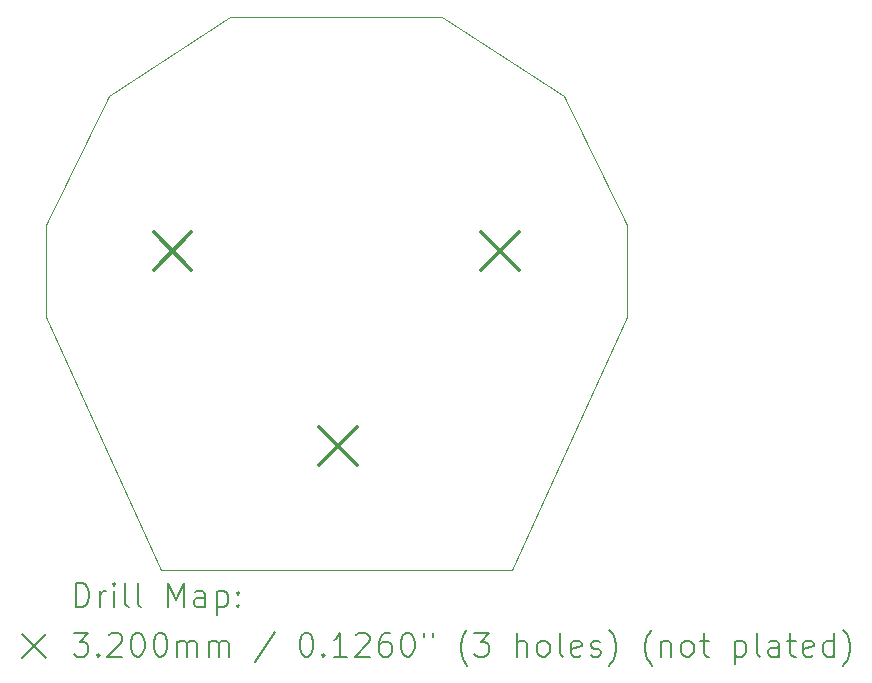
<source format=gbr>
%FSLAX45Y45*%
G04 Gerber Fmt 4.5, Leading zero omitted, Abs format (unit mm)*
G04 Created by KiCad (PCBNEW 6.0.4-6f826c9f35~116~ubuntu20.04.1) date 2022-04-29 21:51:41*
%MOMM*%
%LPD*%
G01*
G04 APERTURE LIST*
%TA.AperFunction,Profile*%
%ADD10C,0.100000*%
%TD*%
%ADD11C,0.200000*%
%ADD12C,0.320000*%
G04 APERTURE END LIST*
D10*
X6195000Y-2420000D02*
X7225000Y-3090000D01*
X7225000Y-3090000D02*
X7755000Y-4180000D01*
X7755000Y-4180000D02*
X7755000Y-4960000D01*
X7755000Y-4960000D02*
X6785000Y-7100000D01*
X4400000Y-2420000D02*
X6195000Y-2420000D01*
X3370000Y-3090000D02*
X4400000Y-2420000D01*
X2840000Y-4180000D02*
X3370000Y-3090000D01*
X2840000Y-4960000D02*
X2840000Y-4180000D01*
X3810000Y-7100000D02*
X2840000Y-4960000D01*
X6785000Y-7100000D02*
X3810000Y-7100000D01*
D11*
D12*
X3750000Y-4240000D02*
X4070000Y-4560000D01*
X4070000Y-4240000D02*
X3750000Y-4560000D01*
X5150000Y-5890000D02*
X5470000Y-6210000D01*
X5470000Y-5890000D02*
X5150000Y-6210000D01*
X6520000Y-4240000D02*
X6840000Y-4560000D01*
X6840000Y-4240000D02*
X6520000Y-4560000D01*
D11*
X3092619Y-7415476D02*
X3092619Y-7215476D01*
X3140238Y-7215476D01*
X3168809Y-7225000D01*
X3187857Y-7244048D01*
X3197381Y-7263095D01*
X3206905Y-7301190D01*
X3206905Y-7329762D01*
X3197381Y-7367857D01*
X3187857Y-7386905D01*
X3168809Y-7405952D01*
X3140238Y-7415476D01*
X3092619Y-7415476D01*
X3292619Y-7415476D02*
X3292619Y-7282143D01*
X3292619Y-7320238D02*
X3302143Y-7301190D01*
X3311667Y-7291667D01*
X3330714Y-7282143D01*
X3349762Y-7282143D01*
X3416428Y-7415476D02*
X3416428Y-7282143D01*
X3416428Y-7215476D02*
X3406905Y-7225000D01*
X3416428Y-7234524D01*
X3425952Y-7225000D01*
X3416428Y-7215476D01*
X3416428Y-7234524D01*
X3540238Y-7415476D02*
X3521190Y-7405952D01*
X3511667Y-7386905D01*
X3511667Y-7215476D01*
X3645000Y-7415476D02*
X3625952Y-7405952D01*
X3616428Y-7386905D01*
X3616428Y-7215476D01*
X3873571Y-7415476D02*
X3873571Y-7215476D01*
X3940238Y-7358333D01*
X4006905Y-7215476D01*
X4006905Y-7415476D01*
X4187857Y-7415476D02*
X4187857Y-7310714D01*
X4178333Y-7291667D01*
X4159286Y-7282143D01*
X4121190Y-7282143D01*
X4102143Y-7291667D01*
X4187857Y-7405952D02*
X4168809Y-7415476D01*
X4121190Y-7415476D01*
X4102143Y-7405952D01*
X4092619Y-7386905D01*
X4092619Y-7367857D01*
X4102143Y-7348809D01*
X4121190Y-7339286D01*
X4168809Y-7339286D01*
X4187857Y-7329762D01*
X4283095Y-7282143D02*
X4283095Y-7482143D01*
X4283095Y-7291667D02*
X4302143Y-7282143D01*
X4340238Y-7282143D01*
X4359286Y-7291667D01*
X4368810Y-7301190D01*
X4378333Y-7320238D01*
X4378333Y-7377381D01*
X4368810Y-7396428D01*
X4359286Y-7405952D01*
X4340238Y-7415476D01*
X4302143Y-7415476D01*
X4283095Y-7405952D01*
X4464048Y-7396428D02*
X4473571Y-7405952D01*
X4464048Y-7415476D01*
X4454524Y-7405952D01*
X4464048Y-7396428D01*
X4464048Y-7415476D01*
X4464048Y-7291667D02*
X4473571Y-7301190D01*
X4464048Y-7310714D01*
X4454524Y-7301190D01*
X4464048Y-7291667D01*
X4464048Y-7310714D01*
X2635000Y-7645000D02*
X2835000Y-7845000D01*
X2835000Y-7645000D02*
X2635000Y-7845000D01*
X3073571Y-7635476D02*
X3197381Y-7635476D01*
X3130714Y-7711667D01*
X3159286Y-7711667D01*
X3178333Y-7721190D01*
X3187857Y-7730714D01*
X3197381Y-7749762D01*
X3197381Y-7797381D01*
X3187857Y-7816428D01*
X3178333Y-7825952D01*
X3159286Y-7835476D01*
X3102143Y-7835476D01*
X3083095Y-7825952D01*
X3073571Y-7816428D01*
X3283095Y-7816428D02*
X3292619Y-7825952D01*
X3283095Y-7835476D01*
X3273571Y-7825952D01*
X3283095Y-7816428D01*
X3283095Y-7835476D01*
X3368809Y-7654524D02*
X3378333Y-7645000D01*
X3397381Y-7635476D01*
X3445000Y-7635476D01*
X3464048Y-7645000D01*
X3473571Y-7654524D01*
X3483095Y-7673571D01*
X3483095Y-7692619D01*
X3473571Y-7721190D01*
X3359286Y-7835476D01*
X3483095Y-7835476D01*
X3606905Y-7635476D02*
X3625952Y-7635476D01*
X3645000Y-7645000D01*
X3654524Y-7654524D01*
X3664048Y-7673571D01*
X3673571Y-7711667D01*
X3673571Y-7759286D01*
X3664048Y-7797381D01*
X3654524Y-7816428D01*
X3645000Y-7825952D01*
X3625952Y-7835476D01*
X3606905Y-7835476D01*
X3587857Y-7825952D01*
X3578333Y-7816428D01*
X3568809Y-7797381D01*
X3559286Y-7759286D01*
X3559286Y-7711667D01*
X3568809Y-7673571D01*
X3578333Y-7654524D01*
X3587857Y-7645000D01*
X3606905Y-7635476D01*
X3797381Y-7635476D02*
X3816428Y-7635476D01*
X3835476Y-7645000D01*
X3845000Y-7654524D01*
X3854524Y-7673571D01*
X3864048Y-7711667D01*
X3864048Y-7759286D01*
X3854524Y-7797381D01*
X3845000Y-7816428D01*
X3835476Y-7825952D01*
X3816428Y-7835476D01*
X3797381Y-7835476D01*
X3778333Y-7825952D01*
X3768809Y-7816428D01*
X3759286Y-7797381D01*
X3749762Y-7759286D01*
X3749762Y-7711667D01*
X3759286Y-7673571D01*
X3768809Y-7654524D01*
X3778333Y-7645000D01*
X3797381Y-7635476D01*
X3949762Y-7835476D02*
X3949762Y-7702143D01*
X3949762Y-7721190D02*
X3959286Y-7711667D01*
X3978333Y-7702143D01*
X4006905Y-7702143D01*
X4025952Y-7711667D01*
X4035476Y-7730714D01*
X4035476Y-7835476D01*
X4035476Y-7730714D02*
X4045000Y-7711667D01*
X4064048Y-7702143D01*
X4092619Y-7702143D01*
X4111667Y-7711667D01*
X4121190Y-7730714D01*
X4121190Y-7835476D01*
X4216429Y-7835476D02*
X4216429Y-7702143D01*
X4216429Y-7721190D02*
X4225952Y-7711667D01*
X4245000Y-7702143D01*
X4273571Y-7702143D01*
X4292619Y-7711667D01*
X4302143Y-7730714D01*
X4302143Y-7835476D01*
X4302143Y-7730714D02*
X4311667Y-7711667D01*
X4330714Y-7702143D01*
X4359286Y-7702143D01*
X4378333Y-7711667D01*
X4387857Y-7730714D01*
X4387857Y-7835476D01*
X4778333Y-7625952D02*
X4606905Y-7883095D01*
X5035476Y-7635476D02*
X5054524Y-7635476D01*
X5073571Y-7645000D01*
X5083095Y-7654524D01*
X5092619Y-7673571D01*
X5102143Y-7711667D01*
X5102143Y-7759286D01*
X5092619Y-7797381D01*
X5083095Y-7816428D01*
X5073571Y-7825952D01*
X5054524Y-7835476D01*
X5035476Y-7835476D01*
X5016429Y-7825952D01*
X5006905Y-7816428D01*
X4997381Y-7797381D01*
X4987857Y-7759286D01*
X4987857Y-7711667D01*
X4997381Y-7673571D01*
X5006905Y-7654524D01*
X5016429Y-7645000D01*
X5035476Y-7635476D01*
X5187857Y-7816428D02*
X5197381Y-7825952D01*
X5187857Y-7835476D01*
X5178333Y-7825952D01*
X5187857Y-7816428D01*
X5187857Y-7835476D01*
X5387857Y-7835476D02*
X5273571Y-7835476D01*
X5330714Y-7835476D02*
X5330714Y-7635476D01*
X5311667Y-7664048D01*
X5292619Y-7683095D01*
X5273571Y-7692619D01*
X5464048Y-7654524D02*
X5473571Y-7645000D01*
X5492619Y-7635476D01*
X5540238Y-7635476D01*
X5559286Y-7645000D01*
X5568810Y-7654524D01*
X5578333Y-7673571D01*
X5578333Y-7692619D01*
X5568810Y-7721190D01*
X5454524Y-7835476D01*
X5578333Y-7835476D01*
X5749762Y-7635476D02*
X5711667Y-7635476D01*
X5692619Y-7645000D01*
X5683095Y-7654524D01*
X5664048Y-7683095D01*
X5654524Y-7721190D01*
X5654524Y-7797381D01*
X5664048Y-7816428D01*
X5673571Y-7825952D01*
X5692619Y-7835476D01*
X5730714Y-7835476D01*
X5749762Y-7825952D01*
X5759286Y-7816428D01*
X5768809Y-7797381D01*
X5768809Y-7749762D01*
X5759286Y-7730714D01*
X5749762Y-7721190D01*
X5730714Y-7711667D01*
X5692619Y-7711667D01*
X5673571Y-7721190D01*
X5664048Y-7730714D01*
X5654524Y-7749762D01*
X5892619Y-7635476D02*
X5911667Y-7635476D01*
X5930714Y-7645000D01*
X5940238Y-7654524D01*
X5949762Y-7673571D01*
X5959286Y-7711667D01*
X5959286Y-7759286D01*
X5949762Y-7797381D01*
X5940238Y-7816428D01*
X5930714Y-7825952D01*
X5911667Y-7835476D01*
X5892619Y-7835476D01*
X5873571Y-7825952D01*
X5864048Y-7816428D01*
X5854524Y-7797381D01*
X5845000Y-7759286D01*
X5845000Y-7711667D01*
X5854524Y-7673571D01*
X5864048Y-7654524D01*
X5873571Y-7645000D01*
X5892619Y-7635476D01*
X6035476Y-7635476D02*
X6035476Y-7673571D01*
X6111667Y-7635476D02*
X6111667Y-7673571D01*
X6406905Y-7911667D02*
X6397381Y-7902143D01*
X6378333Y-7873571D01*
X6368809Y-7854524D01*
X6359286Y-7825952D01*
X6349762Y-7778333D01*
X6349762Y-7740238D01*
X6359286Y-7692619D01*
X6368809Y-7664048D01*
X6378333Y-7645000D01*
X6397381Y-7616428D01*
X6406905Y-7606905D01*
X6464048Y-7635476D02*
X6587857Y-7635476D01*
X6521190Y-7711667D01*
X6549762Y-7711667D01*
X6568809Y-7721190D01*
X6578333Y-7730714D01*
X6587857Y-7749762D01*
X6587857Y-7797381D01*
X6578333Y-7816428D01*
X6568809Y-7825952D01*
X6549762Y-7835476D01*
X6492619Y-7835476D01*
X6473571Y-7825952D01*
X6464048Y-7816428D01*
X6825952Y-7835476D02*
X6825952Y-7635476D01*
X6911667Y-7835476D02*
X6911667Y-7730714D01*
X6902143Y-7711667D01*
X6883095Y-7702143D01*
X6854524Y-7702143D01*
X6835476Y-7711667D01*
X6825952Y-7721190D01*
X7035476Y-7835476D02*
X7016428Y-7825952D01*
X7006905Y-7816428D01*
X6997381Y-7797381D01*
X6997381Y-7740238D01*
X7006905Y-7721190D01*
X7016428Y-7711667D01*
X7035476Y-7702143D01*
X7064048Y-7702143D01*
X7083095Y-7711667D01*
X7092619Y-7721190D01*
X7102143Y-7740238D01*
X7102143Y-7797381D01*
X7092619Y-7816428D01*
X7083095Y-7825952D01*
X7064048Y-7835476D01*
X7035476Y-7835476D01*
X7216428Y-7835476D02*
X7197381Y-7825952D01*
X7187857Y-7806905D01*
X7187857Y-7635476D01*
X7368809Y-7825952D02*
X7349762Y-7835476D01*
X7311667Y-7835476D01*
X7292619Y-7825952D01*
X7283095Y-7806905D01*
X7283095Y-7730714D01*
X7292619Y-7711667D01*
X7311667Y-7702143D01*
X7349762Y-7702143D01*
X7368809Y-7711667D01*
X7378333Y-7730714D01*
X7378333Y-7749762D01*
X7283095Y-7768809D01*
X7454524Y-7825952D02*
X7473571Y-7835476D01*
X7511667Y-7835476D01*
X7530714Y-7825952D01*
X7540238Y-7806905D01*
X7540238Y-7797381D01*
X7530714Y-7778333D01*
X7511667Y-7768809D01*
X7483095Y-7768809D01*
X7464048Y-7759286D01*
X7454524Y-7740238D01*
X7454524Y-7730714D01*
X7464048Y-7711667D01*
X7483095Y-7702143D01*
X7511667Y-7702143D01*
X7530714Y-7711667D01*
X7606905Y-7911667D02*
X7616428Y-7902143D01*
X7635476Y-7873571D01*
X7645000Y-7854524D01*
X7654524Y-7825952D01*
X7664048Y-7778333D01*
X7664048Y-7740238D01*
X7654524Y-7692619D01*
X7645000Y-7664048D01*
X7635476Y-7645000D01*
X7616428Y-7616428D01*
X7606905Y-7606905D01*
X7968809Y-7911667D02*
X7959286Y-7902143D01*
X7940238Y-7873571D01*
X7930714Y-7854524D01*
X7921190Y-7825952D01*
X7911667Y-7778333D01*
X7911667Y-7740238D01*
X7921190Y-7692619D01*
X7930714Y-7664048D01*
X7940238Y-7645000D01*
X7959286Y-7616428D01*
X7968809Y-7606905D01*
X8045000Y-7702143D02*
X8045000Y-7835476D01*
X8045000Y-7721190D02*
X8054524Y-7711667D01*
X8073571Y-7702143D01*
X8102143Y-7702143D01*
X8121190Y-7711667D01*
X8130714Y-7730714D01*
X8130714Y-7835476D01*
X8254524Y-7835476D02*
X8235476Y-7825952D01*
X8225952Y-7816428D01*
X8216428Y-7797381D01*
X8216428Y-7740238D01*
X8225952Y-7721190D01*
X8235476Y-7711667D01*
X8254524Y-7702143D01*
X8283095Y-7702143D01*
X8302143Y-7711667D01*
X8311667Y-7721190D01*
X8321190Y-7740238D01*
X8321190Y-7797381D01*
X8311667Y-7816428D01*
X8302143Y-7825952D01*
X8283095Y-7835476D01*
X8254524Y-7835476D01*
X8378333Y-7702143D02*
X8454524Y-7702143D01*
X8406905Y-7635476D02*
X8406905Y-7806905D01*
X8416429Y-7825952D01*
X8435476Y-7835476D01*
X8454524Y-7835476D01*
X8673571Y-7702143D02*
X8673571Y-7902143D01*
X8673571Y-7711667D02*
X8692619Y-7702143D01*
X8730714Y-7702143D01*
X8749762Y-7711667D01*
X8759286Y-7721190D01*
X8768810Y-7740238D01*
X8768810Y-7797381D01*
X8759286Y-7816428D01*
X8749762Y-7825952D01*
X8730714Y-7835476D01*
X8692619Y-7835476D01*
X8673571Y-7825952D01*
X8883095Y-7835476D02*
X8864048Y-7825952D01*
X8854524Y-7806905D01*
X8854524Y-7635476D01*
X9045000Y-7835476D02*
X9045000Y-7730714D01*
X9035476Y-7711667D01*
X9016429Y-7702143D01*
X8978333Y-7702143D01*
X8959286Y-7711667D01*
X9045000Y-7825952D02*
X9025952Y-7835476D01*
X8978333Y-7835476D01*
X8959286Y-7825952D01*
X8949762Y-7806905D01*
X8949762Y-7787857D01*
X8959286Y-7768809D01*
X8978333Y-7759286D01*
X9025952Y-7759286D01*
X9045000Y-7749762D01*
X9111667Y-7702143D02*
X9187857Y-7702143D01*
X9140238Y-7635476D02*
X9140238Y-7806905D01*
X9149762Y-7825952D01*
X9168810Y-7835476D01*
X9187857Y-7835476D01*
X9330714Y-7825952D02*
X9311667Y-7835476D01*
X9273571Y-7835476D01*
X9254524Y-7825952D01*
X9245000Y-7806905D01*
X9245000Y-7730714D01*
X9254524Y-7711667D01*
X9273571Y-7702143D01*
X9311667Y-7702143D01*
X9330714Y-7711667D01*
X9340238Y-7730714D01*
X9340238Y-7749762D01*
X9245000Y-7768809D01*
X9511667Y-7835476D02*
X9511667Y-7635476D01*
X9511667Y-7825952D02*
X9492619Y-7835476D01*
X9454524Y-7835476D01*
X9435476Y-7825952D01*
X9425952Y-7816428D01*
X9416429Y-7797381D01*
X9416429Y-7740238D01*
X9425952Y-7721190D01*
X9435476Y-7711667D01*
X9454524Y-7702143D01*
X9492619Y-7702143D01*
X9511667Y-7711667D01*
X9587857Y-7911667D02*
X9597381Y-7902143D01*
X9616429Y-7873571D01*
X9625952Y-7854524D01*
X9635476Y-7825952D01*
X9645000Y-7778333D01*
X9645000Y-7740238D01*
X9635476Y-7692619D01*
X9625952Y-7664048D01*
X9616429Y-7645000D01*
X9597381Y-7616428D01*
X9587857Y-7606905D01*
M02*

</source>
